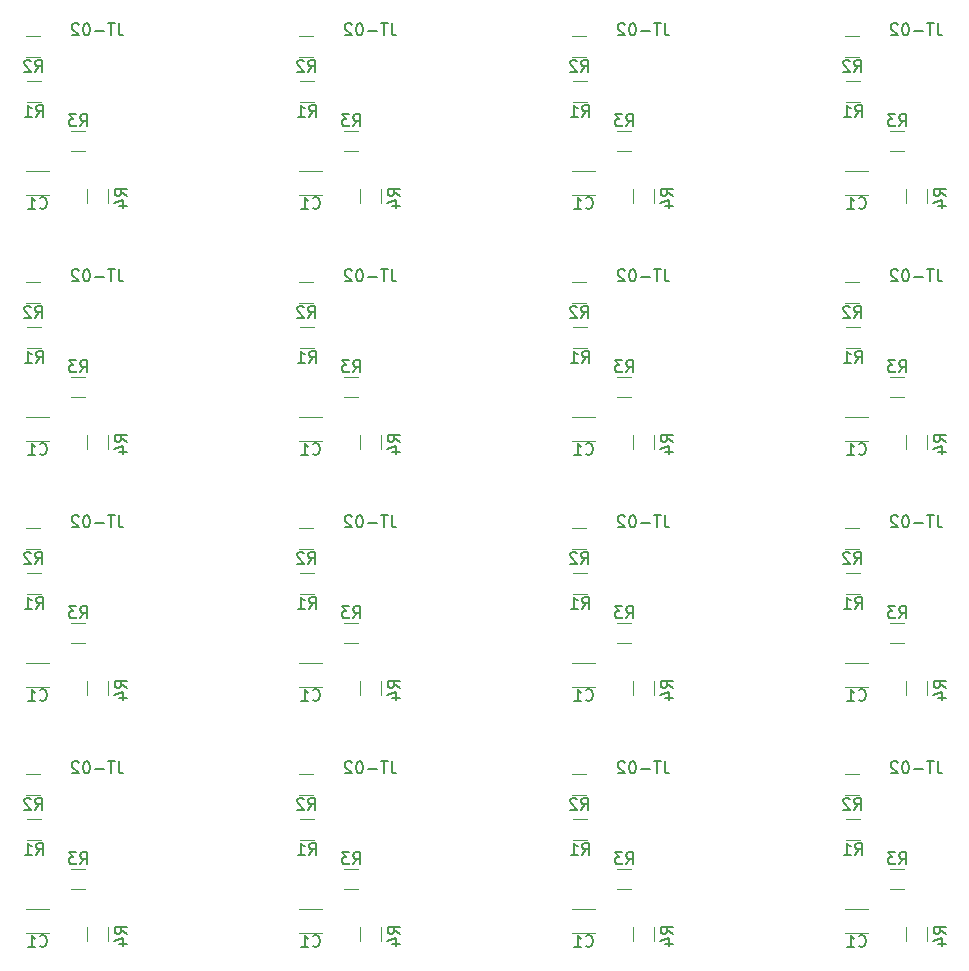
<source format=gbr>
G04 #@! TF.GenerationSoftware,KiCad,Pcbnew,5.1.6-c6e7f7d~86~ubuntu19.10.1*
G04 #@! TF.CreationDate,2021-03-24T16:57:24+01:00*
G04 #@! TF.ProjectId,ESP_12F,4553505f-3132-4462-9e6b-696361645f70,rev?*
G04 #@! TF.SameCoordinates,Original*
G04 #@! TF.FileFunction,Legend,Bot*
G04 #@! TF.FilePolarity,Positive*
%FSLAX46Y46*%
G04 Gerber Fmt 4.6, Leading zero omitted, Abs format (unit mm)*
G04 Created by KiCad (PCBNEW 5.1.6-c6e7f7d~86~ubuntu19.10.1) date 2021-03-24 16:57:24*
%MOMM*%
%LPD*%
G01*
G04 APERTURE LIST*
%ADD10C,0.150000*%
%ADD11C,0.120000*%
G04 APERTURE END LIST*
D10*
X200437523Y-78192380D02*
X200437523Y-78906666D01*
X200485142Y-79049523D01*
X200580380Y-79144761D01*
X200723238Y-79192380D01*
X200818476Y-79192380D01*
X200104190Y-78192380D02*
X199532761Y-78192380D01*
X199818476Y-79192380D02*
X199818476Y-78192380D01*
X199199428Y-78811428D02*
X198437523Y-78811428D01*
X197770857Y-78192380D02*
X197675619Y-78192380D01*
X197580380Y-78240000D01*
X197532761Y-78287619D01*
X197485142Y-78382857D01*
X197437523Y-78573333D01*
X197437523Y-78811428D01*
X197485142Y-79001904D01*
X197532761Y-79097142D01*
X197580380Y-79144761D01*
X197675619Y-79192380D01*
X197770857Y-79192380D01*
X197866095Y-79144761D01*
X197913714Y-79097142D01*
X197961333Y-79001904D01*
X198008952Y-78811428D01*
X198008952Y-78573333D01*
X197961333Y-78382857D01*
X197913714Y-78287619D01*
X197866095Y-78240000D01*
X197770857Y-78192380D01*
X197056571Y-78287619D02*
X197008952Y-78240000D01*
X196913714Y-78192380D01*
X196675619Y-78192380D01*
X196580380Y-78240000D01*
X196532761Y-78287619D01*
X196485142Y-78382857D01*
X196485142Y-78478095D01*
X196532761Y-78620952D01*
X197104190Y-79192380D01*
X196485142Y-79192380D01*
X200437523Y-99020380D02*
X200437523Y-99734666D01*
X200485142Y-99877523D01*
X200580380Y-99972761D01*
X200723238Y-100020380D01*
X200818476Y-100020380D01*
X200104190Y-99020380D02*
X199532761Y-99020380D01*
X199818476Y-100020380D02*
X199818476Y-99020380D01*
X199199428Y-99639428D02*
X198437523Y-99639428D01*
X197770857Y-99020380D02*
X197675619Y-99020380D01*
X197580380Y-99068000D01*
X197532761Y-99115619D01*
X197485142Y-99210857D01*
X197437523Y-99401333D01*
X197437523Y-99639428D01*
X197485142Y-99829904D01*
X197532761Y-99925142D01*
X197580380Y-99972761D01*
X197675619Y-100020380D01*
X197770857Y-100020380D01*
X197866095Y-99972761D01*
X197913714Y-99925142D01*
X197961333Y-99829904D01*
X198008952Y-99639428D01*
X198008952Y-99401333D01*
X197961333Y-99210857D01*
X197913714Y-99115619D01*
X197866095Y-99068000D01*
X197770857Y-99020380D01*
X197056571Y-99115619D02*
X197008952Y-99068000D01*
X196913714Y-99020380D01*
X196675619Y-99020380D01*
X196580380Y-99068000D01*
X196532761Y-99115619D01*
X196485142Y-99210857D01*
X196485142Y-99306095D01*
X196532761Y-99448952D01*
X197104190Y-100020380D01*
X196485142Y-100020380D01*
X177323523Y-99020380D02*
X177323523Y-99734666D01*
X177371142Y-99877523D01*
X177466380Y-99972761D01*
X177609238Y-100020380D01*
X177704476Y-100020380D01*
X176990190Y-99020380D02*
X176418761Y-99020380D01*
X176704476Y-100020380D02*
X176704476Y-99020380D01*
X176085428Y-99639428D02*
X175323523Y-99639428D01*
X174656857Y-99020380D02*
X174561619Y-99020380D01*
X174466380Y-99068000D01*
X174418761Y-99115619D01*
X174371142Y-99210857D01*
X174323523Y-99401333D01*
X174323523Y-99639428D01*
X174371142Y-99829904D01*
X174418761Y-99925142D01*
X174466380Y-99972761D01*
X174561619Y-100020380D01*
X174656857Y-100020380D01*
X174752095Y-99972761D01*
X174799714Y-99925142D01*
X174847333Y-99829904D01*
X174894952Y-99639428D01*
X174894952Y-99401333D01*
X174847333Y-99210857D01*
X174799714Y-99115619D01*
X174752095Y-99068000D01*
X174656857Y-99020380D01*
X173942571Y-99115619D02*
X173894952Y-99068000D01*
X173799714Y-99020380D01*
X173561619Y-99020380D01*
X173466380Y-99068000D01*
X173418761Y-99115619D01*
X173371142Y-99210857D01*
X173371142Y-99306095D01*
X173418761Y-99448952D01*
X173990190Y-100020380D01*
X173371142Y-100020380D01*
X177323523Y-78192380D02*
X177323523Y-78906666D01*
X177371142Y-79049523D01*
X177466380Y-79144761D01*
X177609238Y-79192380D01*
X177704476Y-79192380D01*
X176990190Y-78192380D02*
X176418761Y-78192380D01*
X176704476Y-79192380D02*
X176704476Y-78192380D01*
X176085428Y-78811428D02*
X175323523Y-78811428D01*
X174656857Y-78192380D02*
X174561619Y-78192380D01*
X174466380Y-78240000D01*
X174418761Y-78287619D01*
X174371142Y-78382857D01*
X174323523Y-78573333D01*
X174323523Y-78811428D01*
X174371142Y-79001904D01*
X174418761Y-79097142D01*
X174466380Y-79144761D01*
X174561619Y-79192380D01*
X174656857Y-79192380D01*
X174752095Y-79144761D01*
X174799714Y-79097142D01*
X174847333Y-79001904D01*
X174894952Y-78811428D01*
X174894952Y-78573333D01*
X174847333Y-78382857D01*
X174799714Y-78287619D01*
X174752095Y-78240000D01*
X174656857Y-78192380D01*
X173942571Y-78287619D02*
X173894952Y-78240000D01*
X173799714Y-78192380D01*
X173561619Y-78192380D01*
X173466380Y-78240000D01*
X173418761Y-78287619D01*
X173371142Y-78382857D01*
X173371142Y-78478095D01*
X173418761Y-78620952D01*
X173990190Y-79192380D01*
X173371142Y-79192380D01*
X177323523Y-119848380D02*
X177323523Y-120562666D01*
X177371142Y-120705523D01*
X177466380Y-120800761D01*
X177609238Y-120848380D01*
X177704476Y-120848380D01*
X176990190Y-119848380D02*
X176418761Y-119848380D01*
X176704476Y-120848380D02*
X176704476Y-119848380D01*
X176085428Y-120467428D02*
X175323523Y-120467428D01*
X174656857Y-119848380D02*
X174561619Y-119848380D01*
X174466380Y-119896000D01*
X174418761Y-119943619D01*
X174371142Y-120038857D01*
X174323523Y-120229333D01*
X174323523Y-120467428D01*
X174371142Y-120657904D01*
X174418761Y-120753142D01*
X174466380Y-120800761D01*
X174561619Y-120848380D01*
X174656857Y-120848380D01*
X174752095Y-120800761D01*
X174799714Y-120753142D01*
X174847333Y-120657904D01*
X174894952Y-120467428D01*
X174894952Y-120229333D01*
X174847333Y-120038857D01*
X174799714Y-119943619D01*
X174752095Y-119896000D01*
X174656857Y-119848380D01*
X173942571Y-119943619D02*
X173894952Y-119896000D01*
X173799714Y-119848380D01*
X173561619Y-119848380D01*
X173466380Y-119896000D01*
X173418761Y-119943619D01*
X173371142Y-120038857D01*
X173371142Y-120134095D01*
X173418761Y-120276952D01*
X173990190Y-120848380D01*
X173371142Y-120848380D01*
X200437523Y-119848380D02*
X200437523Y-120562666D01*
X200485142Y-120705523D01*
X200580380Y-120800761D01*
X200723238Y-120848380D01*
X200818476Y-120848380D01*
X200104190Y-119848380D02*
X199532761Y-119848380D01*
X199818476Y-120848380D02*
X199818476Y-119848380D01*
X199199428Y-120467428D02*
X198437523Y-120467428D01*
X197770857Y-119848380D02*
X197675619Y-119848380D01*
X197580380Y-119896000D01*
X197532761Y-119943619D01*
X197485142Y-120038857D01*
X197437523Y-120229333D01*
X197437523Y-120467428D01*
X197485142Y-120657904D01*
X197532761Y-120753142D01*
X197580380Y-120800761D01*
X197675619Y-120848380D01*
X197770857Y-120848380D01*
X197866095Y-120800761D01*
X197913714Y-120753142D01*
X197961333Y-120657904D01*
X198008952Y-120467428D01*
X198008952Y-120229333D01*
X197961333Y-120038857D01*
X197913714Y-119943619D01*
X197866095Y-119896000D01*
X197770857Y-119848380D01*
X197056571Y-119943619D02*
X197008952Y-119896000D01*
X196913714Y-119848380D01*
X196675619Y-119848380D01*
X196580380Y-119896000D01*
X196532761Y-119943619D01*
X196485142Y-120038857D01*
X196485142Y-120134095D01*
X196532761Y-120276952D01*
X197104190Y-120848380D01*
X196485142Y-120848380D01*
X177323523Y-57364380D02*
X177323523Y-58078666D01*
X177371142Y-58221523D01*
X177466380Y-58316761D01*
X177609238Y-58364380D01*
X177704476Y-58364380D01*
X176990190Y-57364380D02*
X176418761Y-57364380D01*
X176704476Y-58364380D02*
X176704476Y-57364380D01*
X176085428Y-57983428D02*
X175323523Y-57983428D01*
X174656857Y-57364380D02*
X174561619Y-57364380D01*
X174466380Y-57412000D01*
X174418761Y-57459619D01*
X174371142Y-57554857D01*
X174323523Y-57745333D01*
X174323523Y-57983428D01*
X174371142Y-58173904D01*
X174418761Y-58269142D01*
X174466380Y-58316761D01*
X174561619Y-58364380D01*
X174656857Y-58364380D01*
X174752095Y-58316761D01*
X174799714Y-58269142D01*
X174847333Y-58173904D01*
X174894952Y-57983428D01*
X174894952Y-57745333D01*
X174847333Y-57554857D01*
X174799714Y-57459619D01*
X174752095Y-57412000D01*
X174656857Y-57364380D01*
X173942571Y-57459619D02*
X173894952Y-57412000D01*
X173799714Y-57364380D01*
X173561619Y-57364380D01*
X173466380Y-57412000D01*
X173418761Y-57459619D01*
X173371142Y-57554857D01*
X173371142Y-57650095D01*
X173418761Y-57792952D01*
X173990190Y-58364380D01*
X173371142Y-58364380D01*
X200437523Y-57364380D02*
X200437523Y-58078666D01*
X200485142Y-58221523D01*
X200580380Y-58316761D01*
X200723238Y-58364380D01*
X200818476Y-58364380D01*
X200104190Y-57364380D02*
X199532761Y-57364380D01*
X199818476Y-58364380D02*
X199818476Y-57364380D01*
X199199428Y-57983428D02*
X198437523Y-57983428D01*
X197770857Y-57364380D02*
X197675619Y-57364380D01*
X197580380Y-57412000D01*
X197532761Y-57459619D01*
X197485142Y-57554857D01*
X197437523Y-57745333D01*
X197437523Y-57983428D01*
X197485142Y-58173904D01*
X197532761Y-58269142D01*
X197580380Y-58316761D01*
X197675619Y-58364380D01*
X197770857Y-58364380D01*
X197866095Y-58316761D01*
X197913714Y-58269142D01*
X197961333Y-58173904D01*
X198008952Y-57983428D01*
X198008952Y-57745333D01*
X197961333Y-57554857D01*
X197913714Y-57459619D01*
X197866095Y-57412000D01*
X197770857Y-57364380D01*
X197056571Y-57459619D02*
X197008952Y-57412000D01*
X196913714Y-57364380D01*
X196675619Y-57364380D01*
X196580380Y-57412000D01*
X196532761Y-57459619D01*
X196485142Y-57554857D01*
X196485142Y-57650095D01*
X196532761Y-57792952D01*
X197104190Y-58364380D01*
X196485142Y-58364380D01*
X246665523Y-119848380D02*
X246665523Y-120562666D01*
X246713142Y-120705523D01*
X246808380Y-120800761D01*
X246951238Y-120848380D01*
X247046476Y-120848380D01*
X246332190Y-119848380D02*
X245760761Y-119848380D01*
X246046476Y-120848380D02*
X246046476Y-119848380D01*
X245427428Y-120467428D02*
X244665523Y-120467428D01*
X243998857Y-119848380D02*
X243903619Y-119848380D01*
X243808380Y-119896000D01*
X243760761Y-119943619D01*
X243713142Y-120038857D01*
X243665523Y-120229333D01*
X243665523Y-120467428D01*
X243713142Y-120657904D01*
X243760761Y-120753142D01*
X243808380Y-120800761D01*
X243903619Y-120848380D01*
X243998857Y-120848380D01*
X244094095Y-120800761D01*
X244141714Y-120753142D01*
X244189333Y-120657904D01*
X244236952Y-120467428D01*
X244236952Y-120229333D01*
X244189333Y-120038857D01*
X244141714Y-119943619D01*
X244094095Y-119896000D01*
X243998857Y-119848380D01*
X243284571Y-119943619D02*
X243236952Y-119896000D01*
X243141714Y-119848380D01*
X242903619Y-119848380D01*
X242808380Y-119896000D01*
X242760761Y-119943619D01*
X242713142Y-120038857D01*
X242713142Y-120134095D01*
X242760761Y-120276952D01*
X243332190Y-120848380D01*
X242713142Y-120848380D01*
X223551523Y-119848380D02*
X223551523Y-120562666D01*
X223599142Y-120705523D01*
X223694380Y-120800761D01*
X223837238Y-120848380D01*
X223932476Y-120848380D01*
X223218190Y-119848380D02*
X222646761Y-119848380D01*
X222932476Y-120848380D02*
X222932476Y-119848380D01*
X222313428Y-120467428D02*
X221551523Y-120467428D01*
X220884857Y-119848380D02*
X220789619Y-119848380D01*
X220694380Y-119896000D01*
X220646761Y-119943619D01*
X220599142Y-120038857D01*
X220551523Y-120229333D01*
X220551523Y-120467428D01*
X220599142Y-120657904D01*
X220646761Y-120753142D01*
X220694380Y-120800761D01*
X220789619Y-120848380D01*
X220884857Y-120848380D01*
X220980095Y-120800761D01*
X221027714Y-120753142D01*
X221075333Y-120657904D01*
X221122952Y-120467428D01*
X221122952Y-120229333D01*
X221075333Y-120038857D01*
X221027714Y-119943619D01*
X220980095Y-119896000D01*
X220884857Y-119848380D01*
X220170571Y-119943619D02*
X220122952Y-119896000D01*
X220027714Y-119848380D01*
X219789619Y-119848380D01*
X219694380Y-119896000D01*
X219646761Y-119943619D01*
X219599142Y-120038857D01*
X219599142Y-120134095D01*
X219646761Y-120276952D01*
X220218190Y-120848380D01*
X219599142Y-120848380D01*
X223551523Y-99020380D02*
X223551523Y-99734666D01*
X223599142Y-99877523D01*
X223694380Y-99972761D01*
X223837238Y-100020380D01*
X223932476Y-100020380D01*
X223218190Y-99020380D02*
X222646761Y-99020380D01*
X222932476Y-100020380D02*
X222932476Y-99020380D01*
X222313428Y-99639428D02*
X221551523Y-99639428D01*
X220884857Y-99020380D02*
X220789619Y-99020380D01*
X220694380Y-99068000D01*
X220646761Y-99115619D01*
X220599142Y-99210857D01*
X220551523Y-99401333D01*
X220551523Y-99639428D01*
X220599142Y-99829904D01*
X220646761Y-99925142D01*
X220694380Y-99972761D01*
X220789619Y-100020380D01*
X220884857Y-100020380D01*
X220980095Y-99972761D01*
X221027714Y-99925142D01*
X221075333Y-99829904D01*
X221122952Y-99639428D01*
X221122952Y-99401333D01*
X221075333Y-99210857D01*
X221027714Y-99115619D01*
X220980095Y-99068000D01*
X220884857Y-99020380D01*
X220170571Y-99115619D02*
X220122952Y-99068000D01*
X220027714Y-99020380D01*
X219789619Y-99020380D01*
X219694380Y-99068000D01*
X219646761Y-99115619D01*
X219599142Y-99210857D01*
X219599142Y-99306095D01*
X219646761Y-99448952D01*
X220218190Y-100020380D01*
X219599142Y-100020380D01*
X246665523Y-99020380D02*
X246665523Y-99734666D01*
X246713142Y-99877523D01*
X246808380Y-99972761D01*
X246951238Y-100020380D01*
X247046476Y-100020380D01*
X246332190Y-99020380D02*
X245760761Y-99020380D01*
X246046476Y-100020380D02*
X246046476Y-99020380D01*
X245427428Y-99639428D02*
X244665523Y-99639428D01*
X243998857Y-99020380D02*
X243903619Y-99020380D01*
X243808380Y-99068000D01*
X243760761Y-99115619D01*
X243713142Y-99210857D01*
X243665523Y-99401333D01*
X243665523Y-99639428D01*
X243713142Y-99829904D01*
X243760761Y-99925142D01*
X243808380Y-99972761D01*
X243903619Y-100020380D01*
X243998857Y-100020380D01*
X244094095Y-99972761D01*
X244141714Y-99925142D01*
X244189333Y-99829904D01*
X244236952Y-99639428D01*
X244236952Y-99401333D01*
X244189333Y-99210857D01*
X244141714Y-99115619D01*
X244094095Y-99068000D01*
X243998857Y-99020380D01*
X243284571Y-99115619D02*
X243236952Y-99068000D01*
X243141714Y-99020380D01*
X242903619Y-99020380D01*
X242808380Y-99068000D01*
X242760761Y-99115619D01*
X242713142Y-99210857D01*
X242713142Y-99306095D01*
X242760761Y-99448952D01*
X243332190Y-100020380D01*
X242713142Y-100020380D01*
X223551523Y-78192380D02*
X223551523Y-78906666D01*
X223599142Y-79049523D01*
X223694380Y-79144761D01*
X223837238Y-79192380D01*
X223932476Y-79192380D01*
X223218190Y-78192380D02*
X222646761Y-78192380D01*
X222932476Y-79192380D02*
X222932476Y-78192380D01*
X222313428Y-78811428D02*
X221551523Y-78811428D01*
X220884857Y-78192380D02*
X220789619Y-78192380D01*
X220694380Y-78240000D01*
X220646761Y-78287619D01*
X220599142Y-78382857D01*
X220551523Y-78573333D01*
X220551523Y-78811428D01*
X220599142Y-79001904D01*
X220646761Y-79097142D01*
X220694380Y-79144761D01*
X220789619Y-79192380D01*
X220884857Y-79192380D01*
X220980095Y-79144761D01*
X221027714Y-79097142D01*
X221075333Y-79001904D01*
X221122952Y-78811428D01*
X221122952Y-78573333D01*
X221075333Y-78382857D01*
X221027714Y-78287619D01*
X220980095Y-78240000D01*
X220884857Y-78192380D01*
X220170571Y-78287619D02*
X220122952Y-78240000D01*
X220027714Y-78192380D01*
X219789619Y-78192380D01*
X219694380Y-78240000D01*
X219646761Y-78287619D01*
X219599142Y-78382857D01*
X219599142Y-78478095D01*
X219646761Y-78620952D01*
X220218190Y-79192380D01*
X219599142Y-79192380D01*
X246665523Y-78192380D02*
X246665523Y-78906666D01*
X246713142Y-79049523D01*
X246808380Y-79144761D01*
X246951238Y-79192380D01*
X247046476Y-79192380D01*
X246332190Y-78192380D02*
X245760761Y-78192380D01*
X246046476Y-79192380D02*
X246046476Y-78192380D01*
X245427428Y-78811428D02*
X244665523Y-78811428D01*
X243998857Y-78192380D02*
X243903619Y-78192380D01*
X243808380Y-78240000D01*
X243760761Y-78287619D01*
X243713142Y-78382857D01*
X243665523Y-78573333D01*
X243665523Y-78811428D01*
X243713142Y-79001904D01*
X243760761Y-79097142D01*
X243808380Y-79144761D01*
X243903619Y-79192380D01*
X243998857Y-79192380D01*
X244094095Y-79144761D01*
X244141714Y-79097142D01*
X244189333Y-79001904D01*
X244236952Y-78811428D01*
X244236952Y-78573333D01*
X244189333Y-78382857D01*
X244141714Y-78287619D01*
X244094095Y-78240000D01*
X243998857Y-78192380D01*
X243284571Y-78287619D02*
X243236952Y-78240000D01*
X243141714Y-78192380D01*
X242903619Y-78192380D01*
X242808380Y-78240000D01*
X242760761Y-78287619D01*
X242713142Y-78382857D01*
X242713142Y-78478095D01*
X242760761Y-78620952D01*
X243332190Y-79192380D01*
X242713142Y-79192380D01*
X223551523Y-57364380D02*
X223551523Y-58078666D01*
X223599142Y-58221523D01*
X223694380Y-58316761D01*
X223837238Y-58364380D01*
X223932476Y-58364380D01*
X223218190Y-57364380D02*
X222646761Y-57364380D01*
X222932476Y-58364380D02*
X222932476Y-57364380D01*
X222313428Y-57983428D02*
X221551523Y-57983428D01*
X220884857Y-57364380D02*
X220789619Y-57364380D01*
X220694380Y-57412000D01*
X220646761Y-57459619D01*
X220599142Y-57554857D01*
X220551523Y-57745333D01*
X220551523Y-57983428D01*
X220599142Y-58173904D01*
X220646761Y-58269142D01*
X220694380Y-58316761D01*
X220789619Y-58364380D01*
X220884857Y-58364380D01*
X220980095Y-58316761D01*
X221027714Y-58269142D01*
X221075333Y-58173904D01*
X221122952Y-57983428D01*
X221122952Y-57745333D01*
X221075333Y-57554857D01*
X221027714Y-57459619D01*
X220980095Y-57412000D01*
X220884857Y-57364380D01*
X220170571Y-57459619D02*
X220122952Y-57412000D01*
X220027714Y-57364380D01*
X219789619Y-57364380D01*
X219694380Y-57412000D01*
X219646761Y-57459619D01*
X219599142Y-57554857D01*
X219599142Y-57650095D01*
X219646761Y-57792952D01*
X220218190Y-58364380D01*
X219599142Y-58364380D01*
X246665523Y-57364380D02*
X246665523Y-58078666D01*
X246713142Y-58221523D01*
X246808380Y-58316761D01*
X246951238Y-58364380D01*
X247046476Y-58364380D01*
X246332190Y-57364380D02*
X245760761Y-57364380D01*
X246046476Y-58364380D02*
X246046476Y-57364380D01*
X245427428Y-57983428D02*
X244665523Y-57983428D01*
X243998857Y-57364380D02*
X243903619Y-57364380D01*
X243808380Y-57412000D01*
X243760761Y-57459619D01*
X243713142Y-57554857D01*
X243665523Y-57745333D01*
X243665523Y-57983428D01*
X243713142Y-58173904D01*
X243760761Y-58269142D01*
X243808380Y-58316761D01*
X243903619Y-58364380D01*
X243998857Y-58364380D01*
X244094095Y-58316761D01*
X244141714Y-58269142D01*
X244189333Y-58173904D01*
X244236952Y-57983428D01*
X244236952Y-57745333D01*
X244189333Y-57554857D01*
X244141714Y-57459619D01*
X244094095Y-57412000D01*
X243998857Y-57364380D01*
X243284571Y-57459619D02*
X243236952Y-57412000D01*
X243141714Y-57364380D01*
X242903619Y-57364380D01*
X242808380Y-57412000D01*
X242760761Y-57459619D01*
X242713142Y-57554857D01*
X242713142Y-57650095D01*
X242760761Y-57792952D01*
X243332190Y-58364380D01*
X242713142Y-58364380D01*
D11*
X193814000Y-79257000D02*
X192614000Y-79257000D01*
X192614000Y-81017000D02*
X193814000Y-81017000D01*
X169466000Y-90674000D02*
X171466000Y-90674000D01*
X171466000Y-92714000D02*
X169466000Y-92714000D01*
X192580000Y-132330000D02*
X194580000Y-132330000D01*
X194580000Y-134370000D02*
X192580000Y-134370000D01*
X192694000Y-84827000D02*
X193894000Y-84827000D01*
X193894000Y-83067000D02*
X192694000Y-83067000D01*
X170780000Y-103895000D02*
X169580000Y-103895000D01*
X169580000Y-105655000D02*
X170780000Y-105655000D01*
X196424000Y-130674000D02*
X197624000Y-130674000D01*
X197624000Y-128914000D02*
X196424000Y-128914000D01*
X193894000Y-124723000D02*
X192694000Y-124723000D01*
X192694000Y-126483000D02*
X193894000Y-126483000D01*
X192694000Y-105655000D02*
X193894000Y-105655000D01*
X193894000Y-103895000D02*
X192694000Y-103895000D01*
X169580000Y-63999000D02*
X170780000Y-63999000D01*
X170780000Y-62239000D02*
X169580000Y-62239000D01*
X169580000Y-126483000D02*
X170780000Y-126483000D01*
X170780000Y-124723000D02*
X169580000Y-124723000D01*
X197624000Y-87258000D02*
X196424000Y-87258000D01*
X196424000Y-89018000D02*
X197624000Y-89018000D01*
X174634000Y-71362000D02*
X174634000Y-72562000D01*
X176394000Y-72562000D02*
X176394000Y-71362000D01*
X199508000Y-72562000D02*
X199508000Y-71362000D01*
X197748000Y-71362000D02*
X197748000Y-72562000D01*
X171466000Y-134370000D02*
X169466000Y-134370000D01*
X169466000Y-132330000D02*
X171466000Y-132330000D01*
X193814000Y-100085000D02*
X192614000Y-100085000D01*
X192614000Y-101845000D02*
X193814000Y-101845000D01*
X194580000Y-92714000D02*
X192580000Y-92714000D01*
X192580000Y-90674000D02*
X194580000Y-90674000D01*
X169500000Y-81017000D02*
X170700000Y-81017000D01*
X170700000Y-79257000D02*
X169500000Y-79257000D01*
X193894000Y-62239000D02*
X192694000Y-62239000D01*
X192694000Y-63999000D02*
X193894000Y-63999000D01*
X197624000Y-108086000D02*
X196424000Y-108086000D01*
X196424000Y-109846000D02*
X197624000Y-109846000D01*
X174510000Y-66430000D02*
X173310000Y-66430000D01*
X173310000Y-68190000D02*
X174510000Y-68190000D01*
X169466000Y-111502000D02*
X171466000Y-111502000D01*
X171466000Y-113542000D02*
X169466000Y-113542000D01*
X169500000Y-101845000D02*
X170700000Y-101845000D01*
X170700000Y-100085000D02*
X169500000Y-100085000D01*
X176394000Y-93390000D02*
X176394000Y-92190000D01*
X174634000Y-92190000D02*
X174634000Y-93390000D01*
X192580000Y-69846000D02*
X194580000Y-69846000D01*
X194580000Y-71886000D02*
X192580000Y-71886000D01*
X197748000Y-92190000D02*
X197748000Y-93390000D01*
X199508000Y-93390000D02*
X199508000Y-92190000D01*
X192614000Y-122673000D02*
X193814000Y-122673000D01*
X193814000Y-120913000D02*
X192614000Y-120913000D01*
X170700000Y-120913000D02*
X169500000Y-120913000D01*
X169500000Y-122673000D02*
X170700000Y-122673000D01*
X174510000Y-128914000D02*
X173310000Y-128914000D01*
X173310000Y-130674000D02*
X174510000Y-130674000D01*
X170780000Y-83067000D02*
X169580000Y-83067000D01*
X169580000Y-84827000D02*
X170780000Y-84827000D01*
X173310000Y-89018000D02*
X174510000Y-89018000D01*
X174510000Y-87258000D02*
X173310000Y-87258000D01*
X173310000Y-109846000D02*
X174510000Y-109846000D01*
X174510000Y-108086000D02*
X173310000Y-108086000D01*
X197748000Y-113018000D02*
X197748000Y-114218000D01*
X199508000Y-114218000D02*
X199508000Y-113018000D01*
X199508000Y-135046000D02*
X199508000Y-133846000D01*
X197748000Y-133846000D02*
X197748000Y-135046000D01*
X194580000Y-113542000D02*
X192580000Y-113542000D01*
X192580000Y-111502000D02*
X194580000Y-111502000D01*
X196424000Y-68190000D02*
X197624000Y-68190000D01*
X197624000Y-66430000D02*
X196424000Y-66430000D01*
X192614000Y-60189000D02*
X193814000Y-60189000D01*
X193814000Y-58429000D02*
X192614000Y-58429000D01*
X170700000Y-58429000D02*
X169500000Y-58429000D01*
X169500000Y-60189000D02*
X170700000Y-60189000D01*
X171466000Y-71886000D02*
X169466000Y-71886000D01*
X169466000Y-69846000D02*
X171466000Y-69846000D01*
X174634000Y-133846000D02*
X174634000Y-135046000D01*
X176394000Y-135046000D02*
X176394000Y-133846000D01*
X176394000Y-114218000D02*
X176394000Y-113018000D01*
X174634000Y-113018000D02*
X174634000Y-114218000D01*
X240042000Y-120913000D02*
X238842000Y-120913000D01*
X238842000Y-122673000D02*
X240042000Y-122673000D01*
X215694000Y-132330000D02*
X217694000Y-132330000D01*
X217694000Y-134370000D02*
X215694000Y-134370000D01*
X238922000Y-126483000D02*
X240122000Y-126483000D01*
X240122000Y-124723000D02*
X238922000Y-124723000D01*
X215808000Y-105655000D02*
X217008000Y-105655000D01*
X217008000Y-103895000D02*
X215808000Y-103895000D01*
X243852000Y-128914000D02*
X242652000Y-128914000D01*
X242652000Y-130674000D02*
X243852000Y-130674000D01*
X220862000Y-113018000D02*
X220862000Y-114218000D01*
X222622000Y-114218000D02*
X222622000Y-113018000D01*
X245736000Y-114218000D02*
X245736000Y-113018000D01*
X243976000Y-113018000D02*
X243976000Y-114218000D01*
X240808000Y-134370000D02*
X238808000Y-134370000D01*
X238808000Y-132330000D02*
X240808000Y-132330000D01*
X215728000Y-122673000D02*
X216928000Y-122673000D01*
X216928000Y-120913000D02*
X215728000Y-120913000D01*
X240122000Y-103895000D02*
X238922000Y-103895000D01*
X238922000Y-105655000D02*
X240122000Y-105655000D01*
X220738000Y-108086000D02*
X219538000Y-108086000D01*
X219538000Y-109846000D02*
X220738000Y-109846000D01*
X222622000Y-135046000D02*
X222622000Y-133846000D01*
X220862000Y-133846000D02*
X220862000Y-135046000D01*
X238808000Y-111502000D02*
X240808000Y-111502000D01*
X240808000Y-113542000D02*
X238808000Y-113542000D01*
X243976000Y-133846000D02*
X243976000Y-135046000D01*
X245736000Y-135046000D02*
X245736000Y-133846000D01*
X217008000Y-124723000D02*
X215808000Y-124723000D01*
X215808000Y-126483000D02*
X217008000Y-126483000D01*
X219538000Y-130674000D02*
X220738000Y-130674000D01*
X220738000Y-128914000D02*
X219538000Y-128914000D01*
X242652000Y-109846000D02*
X243852000Y-109846000D01*
X243852000Y-108086000D02*
X242652000Y-108086000D01*
X238842000Y-101845000D02*
X240042000Y-101845000D01*
X240042000Y-100085000D02*
X238842000Y-100085000D01*
X216928000Y-100085000D02*
X215728000Y-100085000D01*
X215728000Y-101845000D02*
X216928000Y-101845000D01*
X217694000Y-113542000D02*
X215694000Y-113542000D01*
X215694000Y-111502000D02*
X217694000Y-111502000D01*
X215808000Y-84827000D02*
X217008000Y-84827000D01*
X217008000Y-83067000D02*
X215808000Y-83067000D01*
X220862000Y-92190000D02*
X220862000Y-93390000D01*
X222622000Y-93390000D02*
X222622000Y-92190000D01*
X245736000Y-93390000D02*
X245736000Y-92190000D01*
X243976000Y-92190000D02*
X243976000Y-93390000D01*
X240122000Y-83067000D02*
X238922000Y-83067000D01*
X238922000Y-84827000D02*
X240122000Y-84827000D01*
X220738000Y-87258000D02*
X219538000Y-87258000D01*
X219538000Y-89018000D02*
X220738000Y-89018000D01*
X238808000Y-90674000D02*
X240808000Y-90674000D01*
X240808000Y-92714000D02*
X238808000Y-92714000D01*
X242652000Y-89018000D02*
X243852000Y-89018000D01*
X243852000Y-87258000D02*
X242652000Y-87258000D01*
X238842000Y-81017000D02*
X240042000Y-81017000D01*
X240042000Y-79257000D02*
X238842000Y-79257000D01*
X216928000Y-79257000D02*
X215728000Y-79257000D01*
X215728000Y-81017000D02*
X216928000Y-81017000D01*
X217694000Y-92714000D02*
X215694000Y-92714000D01*
X215694000Y-90674000D02*
X217694000Y-90674000D01*
X222622000Y-72562000D02*
X222622000Y-71362000D01*
X220862000Y-71362000D02*
X220862000Y-72562000D01*
X217008000Y-62239000D02*
X215808000Y-62239000D01*
X215808000Y-63999000D02*
X217008000Y-63999000D01*
X215694000Y-69846000D02*
X217694000Y-69846000D01*
X217694000Y-71886000D02*
X215694000Y-71886000D01*
X219538000Y-68190000D02*
X220738000Y-68190000D01*
X220738000Y-66430000D02*
X219538000Y-66430000D01*
X215728000Y-60189000D02*
X216928000Y-60189000D01*
X216928000Y-58429000D02*
X215728000Y-58429000D01*
X240808000Y-71886000D02*
X238808000Y-71886000D01*
X238808000Y-69846000D02*
X240808000Y-69846000D01*
X238922000Y-63999000D02*
X240122000Y-63999000D01*
X240122000Y-62239000D02*
X238922000Y-62239000D01*
X240042000Y-58429000D02*
X238842000Y-58429000D01*
X238842000Y-60189000D02*
X240042000Y-60189000D01*
X243852000Y-66430000D02*
X242652000Y-66430000D01*
X242652000Y-68190000D02*
X243852000Y-68190000D01*
X243976000Y-71362000D02*
X243976000Y-72562000D01*
X245736000Y-72562000D02*
X245736000Y-71362000D01*
D10*
X193380666Y-82289380D02*
X193714000Y-81813190D01*
X193952095Y-82289380D02*
X193952095Y-81289380D01*
X193571142Y-81289380D01*
X193475904Y-81337000D01*
X193428285Y-81384619D01*
X193380666Y-81479857D01*
X193380666Y-81622714D01*
X193428285Y-81717952D01*
X193475904Y-81765571D01*
X193571142Y-81813190D01*
X193952095Y-81813190D01*
X192999714Y-81384619D02*
X192952095Y-81337000D01*
X192856857Y-81289380D01*
X192618761Y-81289380D01*
X192523523Y-81337000D01*
X192475904Y-81384619D01*
X192428285Y-81479857D01*
X192428285Y-81575095D01*
X192475904Y-81717952D01*
X193047333Y-82289380D01*
X192428285Y-82289380D01*
X170632666Y-93801142D02*
X170680285Y-93848761D01*
X170823142Y-93896380D01*
X170918380Y-93896380D01*
X171061238Y-93848761D01*
X171156476Y-93753523D01*
X171204095Y-93658285D01*
X171251714Y-93467809D01*
X171251714Y-93324952D01*
X171204095Y-93134476D01*
X171156476Y-93039238D01*
X171061238Y-92944000D01*
X170918380Y-92896380D01*
X170823142Y-92896380D01*
X170680285Y-92944000D01*
X170632666Y-92991619D01*
X169680285Y-93896380D02*
X170251714Y-93896380D01*
X169966000Y-93896380D02*
X169966000Y-92896380D01*
X170061238Y-93039238D01*
X170156476Y-93134476D01*
X170251714Y-93182095D01*
X193746666Y-135457142D02*
X193794285Y-135504761D01*
X193937142Y-135552380D01*
X194032380Y-135552380D01*
X194175238Y-135504761D01*
X194270476Y-135409523D01*
X194318095Y-135314285D01*
X194365714Y-135123809D01*
X194365714Y-134980952D01*
X194318095Y-134790476D01*
X194270476Y-134695238D01*
X194175238Y-134600000D01*
X194032380Y-134552380D01*
X193937142Y-134552380D01*
X193794285Y-134600000D01*
X193746666Y-134647619D01*
X192794285Y-135552380D02*
X193365714Y-135552380D01*
X193080000Y-135552380D02*
X193080000Y-134552380D01*
X193175238Y-134695238D01*
X193270476Y-134790476D01*
X193365714Y-134838095D01*
X193460666Y-86099380D02*
X193794000Y-85623190D01*
X194032095Y-86099380D02*
X194032095Y-85099380D01*
X193651142Y-85099380D01*
X193555904Y-85147000D01*
X193508285Y-85194619D01*
X193460666Y-85289857D01*
X193460666Y-85432714D01*
X193508285Y-85527952D01*
X193555904Y-85575571D01*
X193651142Y-85623190D01*
X194032095Y-85623190D01*
X192508285Y-86099380D02*
X193079714Y-86099380D01*
X192794000Y-86099380D02*
X192794000Y-85099380D01*
X192889238Y-85242238D01*
X192984476Y-85337476D01*
X193079714Y-85385095D01*
X170346666Y-106927380D02*
X170680000Y-106451190D01*
X170918095Y-106927380D02*
X170918095Y-105927380D01*
X170537142Y-105927380D01*
X170441904Y-105975000D01*
X170394285Y-106022619D01*
X170346666Y-106117857D01*
X170346666Y-106260714D01*
X170394285Y-106355952D01*
X170441904Y-106403571D01*
X170537142Y-106451190D01*
X170918095Y-106451190D01*
X169394285Y-106927380D02*
X169965714Y-106927380D01*
X169680000Y-106927380D02*
X169680000Y-105927380D01*
X169775238Y-106070238D01*
X169870476Y-106165476D01*
X169965714Y-106213095D01*
X197190666Y-128546380D02*
X197524000Y-128070190D01*
X197762095Y-128546380D02*
X197762095Y-127546380D01*
X197381142Y-127546380D01*
X197285904Y-127594000D01*
X197238285Y-127641619D01*
X197190666Y-127736857D01*
X197190666Y-127879714D01*
X197238285Y-127974952D01*
X197285904Y-128022571D01*
X197381142Y-128070190D01*
X197762095Y-128070190D01*
X196857333Y-127546380D02*
X196238285Y-127546380D01*
X196571619Y-127927333D01*
X196428761Y-127927333D01*
X196333523Y-127974952D01*
X196285904Y-128022571D01*
X196238285Y-128117809D01*
X196238285Y-128355904D01*
X196285904Y-128451142D01*
X196333523Y-128498761D01*
X196428761Y-128546380D01*
X196714476Y-128546380D01*
X196809714Y-128498761D01*
X196857333Y-128451142D01*
X193460666Y-127755380D02*
X193794000Y-127279190D01*
X194032095Y-127755380D02*
X194032095Y-126755380D01*
X193651142Y-126755380D01*
X193555904Y-126803000D01*
X193508285Y-126850619D01*
X193460666Y-126945857D01*
X193460666Y-127088714D01*
X193508285Y-127183952D01*
X193555904Y-127231571D01*
X193651142Y-127279190D01*
X194032095Y-127279190D01*
X192508285Y-127755380D02*
X193079714Y-127755380D01*
X192794000Y-127755380D02*
X192794000Y-126755380D01*
X192889238Y-126898238D01*
X192984476Y-126993476D01*
X193079714Y-127041095D01*
X193460666Y-106927380D02*
X193794000Y-106451190D01*
X194032095Y-106927380D02*
X194032095Y-105927380D01*
X193651142Y-105927380D01*
X193555904Y-105975000D01*
X193508285Y-106022619D01*
X193460666Y-106117857D01*
X193460666Y-106260714D01*
X193508285Y-106355952D01*
X193555904Y-106403571D01*
X193651142Y-106451190D01*
X194032095Y-106451190D01*
X192508285Y-106927380D02*
X193079714Y-106927380D01*
X192794000Y-106927380D02*
X192794000Y-105927380D01*
X192889238Y-106070238D01*
X192984476Y-106165476D01*
X193079714Y-106213095D01*
X170346666Y-65271380D02*
X170680000Y-64795190D01*
X170918095Y-65271380D02*
X170918095Y-64271380D01*
X170537142Y-64271380D01*
X170441904Y-64319000D01*
X170394285Y-64366619D01*
X170346666Y-64461857D01*
X170346666Y-64604714D01*
X170394285Y-64699952D01*
X170441904Y-64747571D01*
X170537142Y-64795190D01*
X170918095Y-64795190D01*
X169394285Y-65271380D02*
X169965714Y-65271380D01*
X169680000Y-65271380D02*
X169680000Y-64271380D01*
X169775238Y-64414238D01*
X169870476Y-64509476D01*
X169965714Y-64557095D01*
X170346666Y-127755380D02*
X170680000Y-127279190D01*
X170918095Y-127755380D02*
X170918095Y-126755380D01*
X170537142Y-126755380D01*
X170441904Y-126803000D01*
X170394285Y-126850619D01*
X170346666Y-126945857D01*
X170346666Y-127088714D01*
X170394285Y-127183952D01*
X170441904Y-127231571D01*
X170537142Y-127279190D01*
X170918095Y-127279190D01*
X169394285Y-127755380D02*
X169965714Y-127755380D01*
X169680000Y-127755380D02*
X169680000Y-126755380D01*
X169775238Y-126898238D01*
X169870476Y-126993476D01*
X169965714Y-127041095D01*
X197190666Y-86890380D02*
X197524000Y-86414190D01*
X197762095Y-86890380D02*
X197762095Y-85890380D01*
X197381142Y-85890380D01*
X197285904Y-85938000D01*
X197238285Y-85985619D01*
X197190666Y-86080857D01*
X197190666Y-86223714D01*
X197238285Y-86318952D01*
X197285904Y-86366571D01*
X197381142Y-86414190D01*
X197762095Y-86414190D01*
X196857333Y-85890380D02*
X196238285Y-85890380D01*
X196571619Y-86271333D01*
X196428761Y-86271333D01*
X196333523Y-86318952D01*
X196285904Y-86366571D01*
X196238285Y-86461809D01*
X196238285Y-86699904D01*
X196285904Y-86795142D01*
X196333523Y-86842761D01*
X196428761Y-86890380D01*
X196714476Y-86890380D01*
X196809714Y-86842761D01*
X196857333Y-86795142D01*
X177998380Y-71969333D02*
X177522190Y-71636000D01*
X177998380Y-71397904D02*
X176998380Y-71397904D01*
X176998380Y-71778857D01*
X177046000Y-71874095D01*
X177093619Y-71921714D01*
X177188857Y-71969333D01*
X177331714Y-71969333D01*
X177426952Y-71921714D01*
X177474571Y-71874095D01*
X177522190Y-71778857D01*
X177522190Y-71397904D01*
X177331714Y-72826476D02*
X177998380Y-72826476D01*
X176950761Y-72588380D02*
X177665047Y-72350285D01*
X177665047Y-72969333D01*
X201112380Y-71969333D02*
X200636190Y-71636000D01*
X201112380Y-71397904D02*
X200112380Y-71397904D01*
X200112380Y-71778857D01*
X200160000Y-71874095D01*
X200207619Y-71921714D01*
X200302857Y-71969333D01*
X200445714Y-71969333D01*
X200540952Y-71921714D01*
X200588571Y-71874095D01*
X200636190Y-71778857D01*
X200636190Y-71397904D01*
X200445714Y-72826476D02*
X201112380Y-72826476D01*
X200064761Y-72588380D02*
X200779047Y-72350285D01*
X200779047Y-72969333D01*
X170632666Y-135457142D02*
X170680285Y-135504761D01*
X170823142Y-135552380D01*
X170918380Y-135552380D01*
X171061238Y-135504761D01*
X171156476Y-135409523D01*
X171204095Y-135314285D01*
X171251714Y-135123809D01*
X171251714Y-134980952D01*
X171204095Y-134790476D01*
X171156476Y-134695238D01*
X171061238Y-134600000D01*
X170918380Y-134552380D01*
X170823142Y-134552380D01*
X170680285Y-134600000D01*
X170632666Y-134647619D01*
X169680285Y-135552380D02*
X170251714Y-135552380D01*
X169966000Y-135552380D02*
X169966000Y-134552380D01*
X170061238Y-134695238D01*
X170156476Y-134790476D01*
X170251714Y-134838095D01*
X193380666Y-103117380D02*
X193714000Y-102641190D01*
X193952095Y-103117380D02*
X193952095Y-102117380D01*
X193571142Y-102117380D01*
X193475904Y-102165000D01*
X193428285Y-102212619D01*
X193380666Y-102307857D01*
X193380666Y-102450714D01*
X193428285Y-102545952D01*
X193475904Y-102593571D01*
X193571142Y-102641190D01*
X193952095Y-102641190D01*
X192999714Y-102212619D02*
X192952095Y-102165000D01*
X192856857Y-102117380D01*
X192618761Y-102117380D01*
X192523523Y-102165000D01*
X192475904Y-102212619D01*
X192428285Y-102307857D01*
X192428285Y-102403095D01*
X192475904Y-102545952D01*
X193047333Y-103117380D01*
X192428285Y-103117380D01*
X193746666Y-93801142D02*
X193794285Y-93848761D01*
X193937142Y-93896380D01*
X194032380Y-93896380D01*
X194175238Y-93848761D01*
X194270476Y-93753523D01*
X194318095Y-93658285D01*
X194365714Y-93467809D01*
X194365714Y-93324952D01*
X194318095Y-93134476D01*
X194270476Y-93039238D01*
X194175238Y-92944000D01*
X194032380Y-92896380D01*
X193937142Y-92896380D01*
X193794285Y-92944000D01*
X193746666Y-92991619D01*
X192794285Y-93896380D02*
X193365714Y-93896380D01*
X193080000Y-93896380D02*
X193080000Y-92896380D01*
X193175238Y-93039238D01*
X193270476Y-93134476D01*
X193365714Y-93182095D01*
X170266666Y-82289380D02*
X170600000Y-81813190D01*
X170838095Y-82289380D02*
X170838095Y-81289380D01*
X170457142Y-81289380D01*
X170361904Y-81337000D01*
X170314285Y-81384619D01*
X170266666Y-81479857D01*
X170266666Y-81622714D01*
X170314285Y-81717952D01*
X170361904Y-81765571D01*
X170457142Y-81813190D01*
X170838095Y-81813190D01*
X169885714Y-81384619D02*
X169838095Y-81337000D01*
X169742857Y-81289380D01*
X169504761Y-81289380D01*
X169409523Y-81337000D01*
X169361904Y-81384619D01*
X169314285Y-81479857D01*
X169314285Y-81575095D01*
X169361904Y-81717952D01*
X169933333Y-82289380D01*
X169314285Y-82289380D01*
X193460666Y-65271380D02*
X193794000Y-64795190D01*
X194032095Y-65271380D02*
X194032095Y-64271380D01*
X193651142Y-64271380D01*
X193555904Y-64319000D01*
X193508285Y-64366619D01*
X193460666Y-64461857D01*
X193460666Y-64604714D01*
X193508285Y-64699952D01*
X193555904Y-64747571D01*
X193651142Y-64795190D01*
X194032095Y-64795190D01*
X192508285Y-65271380D02*
X193079714Y-65271380D01*
X192794000Y-65271380D02*
X192794000Y-64271380D01*
X192889238Y-64414238D01*
X192984476Y-64509476D01*
X193079714Y-64557095D01*
X197190666Y-107718380D02*
X197524000Y-107242190D01*
X197762095Y-107718380D02*
X197762095Y-106718380D01*
X197381142Y-106718380D01*
X197285904Y-106766000D01*
X197238285Y-106813619D01*
X197190666Y-106908857D01*
X197190666Y-107051714D01*
X197238285Y-107146952D01*
X197285904Y-107194571D01*
X197381142Y-107242190D01*
X197762095Y-107242190D01*
X196857333Y-106718380D02*
X196238285Y-106718380D01*
X196571619Y-107099333D01*
X196428761Y-107099333D01*
X196333523Y-107146952D01*
X196285904Y-107194571D01*
X196238285Y-107289809D01*
X196238285Y-107527904D01*
X196285904Y-107623142D01*
X196333523Y-107670761D01*
X196428761Y-107718380D01*
X196714476Y-107718380D01*
X196809714Y-107670761D01*
X196857333Y-107623142D01*
X174076666Y-66062380D02*
X174410000Y-65586190D01*
X174648095Y-66062380D02*
X174648095Y-65062380D01*
X174267142Y-65062380D01*
X174171904Y-65110000D01*
X174124285Y-65157619D01*
X174076666Y-65252857D01*
X174076666Y-65395714D01*
X174124285Y-65490952D01*
X174171904Y-65538571D01*
X174267142Y-65586190D01*
X174648095Y-65586190D01*
X173743333Y-65062380D02*
X173124285Y-65062380D01*
X173457619Y-65443333D01*
X173314761Y-65443333D01*
X173219523Y-65490952D01*
X173171904Y-65538571D01*
X173124285Y-65633809D01*
X173124285Y-65871904D01*
X173171904Y-65967142D01*
X173219523Y-66014761D01*
X173314761Y-66062380D01*
X173600476Y-66062380D01*
X173695714Y-66014761D01*
X173743333Y-65967142D01*
X170632666Y-114629142D02*
X170680285Y-114676761D01*
X170823142Y-114724380D01*
X170918380Y-114724380D01*
X171061238Y-114676761D01*
X171156476Y-114581523D01*
X171204095Y-114486285D01*
X171251714Y-114295809D01*
X171251714Y-114152952D01*
X171204095Y-113962476D01*
X171156476Y-113867238D01*
X171061238Y-113772000D01*
X170918380Y-113724380D01*
X170823142Y-113724380D01*
X170680285Y-113772000D01*
X170632666Y-113819619D01*
X169680285Y-114724380D02*
X170251714Y-114724380D01*
X169966000Y-114724380D02*
X169966000Y-113724380D01*
X170061238Y-113867238D01*
X170156476Y-113962476D01*
X170251714Y-114010095D01*
X170266666Y-103117380D02*
X170600000Y-102641190D01*
X170838095Y-103117380D02*
X170838095Y-102117380D01*
X170457142Y-102117380D01*
X170361904Y-102165000D01*
X170314285Y-102212619D01*
X170266666Y-102307857D01*
X170266666Y-102450714D01*
X170314285Y-102545952D01*
X170361904Y-102593571D01*
X170457142Y-102641190D01*
X170838095Y-102641190D01*
X169885714Y-102212619D02*
X169838095Y-102165000D01*
X169742857Y-102117380D01*
X169504761Y-102117380D01*
X169409523Y-102165000D01*
X169361904Y-102212619D01*
X169314285Y-102307857D01*
X169314285Y-102403095D01*
X169361904Y-102545952D01*
X169933333Y-103117380D01*
X169314285Y-103117380D01*
X177998380Y-92797333D02*
X177522190Y-92464000D01*
X177998380Y-92225904D02*
X176998380Y-92225904D01*
X176998380Y-92606857D01*
X177046000Y-92702095D01*
X177093619Y-92749714D01*
X177188857Y-92797333D01*
X177331714Y-92797333D01*
X177426952Y-92749714D01*
X177474571Y-92702095D01*
X177522190Y-92606857D01*
X177522190Y-92225904D01*
X177331714Y-93654476D02*
X177998380Y-93654476D01*
X176950761Y-93416380D02*
X177665047Y-93178285D01*
X177665047Y-93797333D01*
X193746666Y-72973142D02*
X193794285Y-73020761D01*
X193937142Y-73068380D01*
X194032380Y-73068380D01*
X194175238Y-73020761D01*
X194270476Y-72925523D01*
X194318095Y-72830285D01*
X194365714Y-72639809D01*
X194365714Y-72496952D01*
X194318095Y-72306476D01*
X194270476Y-72211238D01*
X194175238Y-72116000D01*
X194032380Y-72068380D01*
X193937142Y-72068380D01*
X193794285Y-72116000D01*
X193746666Y-72163619D01*
X192794285Y-73068380D02*
X193365714Y-73068380D01*
X193080000Y-73068380D02*
X193080000Y-72068380D01*
X193175238Y-72211238D01*
X193270476Y-72306476D01*
X193365714Y-72354095D01*
X201112380Y-92797333D02*
X200636190Y-92464000D01*
X201112380Y-92225904D02*
X200112380Y-92225904D01*
X200112380Y-92606857D01*
X200160000Y-92702095D01*
X200207619Y-92749714D01*
X200302857Y-92797333D01*
X200445714Y-92797333D01*
X200540952Y-92749714D01*
X200588571Y-92702095D01*
X200636190Y-92606857D01*
X200636190Y-92225904D01*
X200445714Y-93654476D02*
X201112380Y-93654476D01*
X200064761Y-93416380D02*
X200779047Y-93178285D01*
X200779047Y-93797333D01*
X193380666Y-123945380D02*
X193714000Y-123469190D01*
X193952095Y-123945380D02*
X193952095Y-122945380D01*
X193571142Y-122945380D01*
X193475904Y-122993000D01*
X193428285Y-123040619D01*
X193380666Y-123135857D01*
X193380666Y-123278714D01*
X193428285Y-123373952D01*
X193475904Y-123421571D01*
X193571142Y-123469190D01*
X193952095Y-123469190D01*
X192999714Y-123040619D02*
X192952095Y-122993000D01*
X192856857Y-122945380D01*
X192618761Y-122945380D01*
X192523523Y-122993000D01*
X192475904Y-123040619D01*
X192428285Y-123135857D01*
X192428285Y-123231095D01*
X192475904Y-123373952D01*
X193047333Y-123945380D01*
X192428285Y-123945380D01*
X170266666Y-123945380D02*
X170600000Y-123469190D01*
X170838095Y-123945380D02*
X170838095Y-122945380D01*
X170457142Y-122945380D01*
X170361904Y-122993000D01*
X170314285Y-123040619D01*
X170266666Y-123135857D01*
X170266666Y-123278714D01*
X170314285Y-123373952D01*
X170361904Y-123421571D01*
X170457142Y-123469190D01*
X170838095Y-123469190D01*
X169885714Y-123040619D02*
X169838095Y-122993000D01*
X169742857Y-122945380D01*
X169504761Y-122945380D01*
X169409523Y-122993000D01*
X169361904Y-123040619D01*
X169314285Y-123135857D01*
X169314285Y-123231095D01*
X169361904Y-123373952D01*
X169933333Y-123945380D01*
X169314285Y-123945380D01*
X174076666Y-128546380D02*
X174410000Y-128070190D01*
X174648095Y-128546380D02*
X174648095Y-127546380D01*
X174267142Y-127546380D01*
X174171904Y-127594000D01*
X174124285Y-127641619D01*
X174076666Y-127736857D01*
X174076666Y-127879714D01*
X174124285Y-127974952D01*
X174171904Y-128022571D01*
X174267142Y-128070190D01*
X174648095Y-128070190D01*
X173743333Y-127546380D02*
X173124285Y-127546380D01*
X173457619Y-127927333D01*
X173314761Y-127927333D01*
X173219523Y-127974952D01*
X173171904Y-128022571D01*
X173124285Y-128117809D01*
X173124285Y-128355904D01*
X173171904Y-128451142D01*
X173219523Y-128498761D01*
X173314761Y-128546380D01*
X173600476Y-128546380D01*
X173695714Y-128498761D01*
X173743333Y-128451142D01*
X170346666Y-86099380D02*
X170680000Y-85623190D01*
X170918095Y-86099380D02*
X170918095Y-85099380D01*
X170537142Y-85099380D01*
X170441904Y-85147000D01*
X170394285Y-85194619D01*
X170346666Y-85289857D01*
X170346666Y-85432714D01*
X170394285Y-85527952D01*
X170441904Y-85575571D01*
X170537142Y-85623190D01*
X170918095Y-85623190D01*
X169394285Y-86099380D02*
X169965714Y-86099380D01*
X169680000Y-86099380D02*
X169680000Y-85099380D01*
X169775238Y-85242238D01*
X169870476Y-85337476D01*
X169965714Y-85385095D01*
X174076666Y-86890380D02*
X174410000Y-86414190D01*
X174648095Y-86890380D02*
X174648095Y-85890380D01*
X174267142Y-85890380D01*
X174171904Y-85938000D01*
X174124285Y-85985619D01*
X174076666Y-86080857D01*
X174076666Y-86223714D01*
X174124285Y-86318952D01*
X174171904Y-86366571D01*
X174267142Y-86414190D01*
X174648095Y-86414190D01*
X173743333Y-85890380D02*
X173124285Y-85890380D01*
X173457619Y-86271333D01*
X173314761Y-86271333D01*
X173219523Y-86318952D01*
X173171904Y-86366571D01*
X173124285Y-86461809D01*
X173124285Y-86699904D01*
X173171904Y-86795142D01*
X173219523Y-86842761D01*
X173314761Y-86890380D01*
X173600476Y-86890380D01*
X173695714Y-86842761D01*
X173743333Y-86795142D01*
X174076666Y-107718380D02*
X174410000Y-107242190D01*
X174648095Y-107718380D02*
X174648095Y-106718380D01*
X174267142Y-106718380D01*
X174171904Y-106766000D01*
X174124285Y-106813619D01*
X174076666Y-106908857D01*
X174076666Y-107051714D01*
X174124285Y-107146952D01*
X174171904Y-107194571D01*
X174267142Y-107242190D01*
X174648095Y-107242190D01*
X173743333Y-106718380D02*
X173124285Y-106718380D01*
X173457619Y-107099333D01*
X173314761Y-107099333D01*
X173219523Y-107146952D01*
X173171904Y-107194571D01*
X173124285Y-107289809D01*
X173124285Y-107527904D01*
X173171904Y-107623142D01*
X173219523Y-107670761D01*
X173314761Y-107718380D01*
X173600476Y-107718380D01*
X173695714Y-107670761D01*
X173743333Y-107623142D01*
X201112380Y-113625333D02*
X200636190Y-113292000D01*
X201112380Y-113053904D02*
X200112380Y-113053904D01*
X200112380Y-113434857D01*
X200160000Y-113530095D01*
X200207619Y-113577714D01*
X200302857Y-113625333D01*
X200445714Y-113625333D01*
X200540952Y-113577714D01*
X200588571Y-113530095D01*
X200636190Y-113434857D01*
X200636190Y-113053904D01*
X200445714Y-114482476D02*
X201112380Y-114482476D01*
X200064761Y-114244380D02*
X200779047Y-114006285D01*
X200779047Y-114625333D01*
X201112380Y-134453333D02*
X200636190Y-134120000D01*
X201112380Y-133881904D02*
X200112380Y-133881904D01*
X200112380Y-134262857D01*
X200160000Y-134358095D01*
X200207619Y-134405714D01*
X200302857Y-134453333D01*
X200445714Y-134453333D01*
X200540952Y-134405714D01*
X200588571Y-134358095D01*
X200636190Y-134262857D01*
X200636190Y-133881904D01*
X200445714Y-135310476D02*
X201112380Y-135310476D01*
X200064761Y-135072380D02*
X200779047Y-134834285D01*
X200779047Y-135453333D01*
X193746666Y-114629142D02*
X193794285Y-114676761D01*
X193937142Y-114724380D01*
X194032380Y-114724380D01*
X194175238Y-114676761D01*
X194270476Y-114581523D01*
X194318095Y-114486285D01*
X194365714Y-114295809D01*
X194365714Y-114152952D01*
X194318095Y-113962476D01*
X194270476Y-113867238D01*
X194175238Y-113772000D01*
X194032380Y-113724380D01*
X193937142Y-113724380D01*
X193794285Y-113772000D01*
X193746666Y-113819619D01*
X192794285Y-114724380D02*
X193365714Y-114724380D01*
X193080000Y-114724380D02*
X193080000Y-113724380D01*
X193175238Y-113867238D01*
X193270476Y-113962476D01*
X193365714Y-114010095D01*
X197190666Y-66062380D02*
X197524000Y-65586190D01*
X197762095Y-66062380D02*
X197762095Y-65062380D01*
X197381142Y-65062380D01*
X197285904Y-65110000D01*
X197238285Y-65157619D01*
X197190666Y-65252857D01*
X197190666Y-65395714D01*
X197238285Y-65490952D01*
X197285904Y-65538571D01*
X197381142Y-65586190D01*
X197762095Y-65586190D01*
X196857333Y-65062380D02*
X196238285Y-65062380D01*
X196571619Y-65443333D01*
X196428761Y-65443333D01*
X196333523Y-65490952D01*
X196285904Y-65538571D01*
X196238285Y-65633809D01*
X196238285Y-65871904D01*
X196285904Y-65967142D01*
X196333523Y-66014761D01*
X196428761Y-66062380D01*
X196714476Y-66062380D01*
X196809714Y-66014761D01*
X196857333Y-65967142D01*
X193380666Y-61461380D02*
X193714000Y-60985190D01*
X193952095Y-61461380D02*
X193952095Y-60461380D01*
X193571142Y-60461380D01*
X193475904Y-60509000D01*
X193428285Y-60556619D01*
X193380666Y-60651857D01*
X193380666Y-60794714D01*
X193428285Y-60889952D01*
X193475904Y-60937571D01*
X193571142Y-60985190D01*
X193952095Y-60985190D01*
X192999714Y-60556619D02*
X192952095Y-60509000D01*
X192856857Y-60461380D01*
X192618761Y-60461380D01*
X192523523Y-60509000D01*
X192475904Y-60556619D01*
X192428285Y-60651857D01*
X192428285Y-60747095D01*
X192475904Y-60889952D01*
X193047333Y-61461380D01*
X192428285Y-61461380D01*
X170266666Y-61461380D02*
X170600000Y-60985190D01*
X170838095Y-61461380D02*
X170838095Y-60461380D01*
X170457142Y-60461380D01*
X170361904Y-60509000D01*
X170314285Y-60556619D01*
X170266666Y-60651857D01*
X170266666Y-60794714D01*
X170314285Y-60889952D01*
X170361904Y-60937571D01*
X170457142Y-60985190D01*
X170838095Y-60985190D01*
X169885714Y-60556619D02*
X169838095Y-60509000D01*
X169742857Y-60461380D01*
X169504761Y-60461380D01*
X169409523Y-60509000D01*
X169361904Y-60556619D01*
X169314285Y-60651857D01*
X169314285Y-60747095D01*
X169361904Y-60889952D01*
X169933333Y-61461380D01*
X169314285Y-61461380D01*
X170632666Y-72973142D02*
X170680285Y-73020761D01*
X170823142Y-73068380D01*
X170918380Y-73068380D01*
X171061238Y-73020761D01*
X171156476Y-72925523D01*
X171204095Y-72830285D01*
X171251714Y-72639809D01*
X171251714Y-72496952D01*
X171204095Y-72306476D01*
X171156476Y-72211238D01*
X171061238Y-72116000D01*
X170918380Y-72068380D01*
X170823142Y-72068380D01*
X170680285Y-72116000D01*
X170632666Y-72163619D01*
X169680285Y-73068380D02*
X170251714Y-73068380D01*
X169966000Y-73068380D02*
X169966000Y-72068380D01*
X170061238Y-72211238D01*
X170156476Y-72306476D01*
X170251714Y-72354095D01*
X177998380Y-134453333D02*
X177522190Y-134120000D01*
X177998380Y-133881904D02*
X176998380Y-133881904D01*
X176998380Y-134262857D01*
X177046000Y-134358095D01*
X177093619Y-134405714D01*
X177188857Y-134453333D01*
X177331714Y-134453333D01*
X177426952Y-134405714D01*
X177474571Y-134358095D01*
X177522190Y-134262857D01*
X177522190Y-133881904D01*
X177331714Y-135310476D02*
X177998380Y-135310476D01*
X176950761Y-135072380D02*
X177665047Y-134834285D01*
X177665047Y-135453333D01*
X177998380Y-113625333D02*
X177522190Y-113292000D01*
X177998380Y-113053904D02*
X176998380Y-113053904D01*
X176998380Y-113434857D01*
X177046000Y-113530095D01*
X177093619Y-113577714D01*
X177188857Y-113625333D01*
X177331714Y-113625333D01*
X177426952Y-113577714D01*
X177474571Y-113530095D01*
X177522190Y-113434857D01*
X177522190Y-113053904D01*
X177331714Y-114482476D02*
X177998380Y-114482476D01*
X176950761Y-114244380D02*
X177665047Y-114006285D01*
X177665047Y-114625333D01*
X239608666Y-123945380D02*
X239942000Y-123469190D01*
X240180095Y-123945380D02*
X240180095Y-122945380D01*
X239799142Y-122945380D01*
X239703904Y-122993000D01*
X239656285Y-123040619D01*
X239608666Y-123135857D01*
X239608666Y-123278714D01*
X239656285Y-123373952D01*
X239703904Y-123421571D01*
X239799142Y-123469190D01*
X240180095Y-123469190D01*
X239227714Y-123040619D02*
X239180095Y-122993000D01*
X239084857Y-122945380D01*
X238846761Y-122945380D01*
X238751523Y-122993000D01*
X238703904Y-123040619D01*
X238656285Y-123135857D01*
X238656285Y-123231095D01*
X238703904Y-123373952D01*
X239275333Y-123945380D01*
X238656285Y-123945380D01*
X216860666Y-135457142D02*
X216908285Y-135504761D01*
X217051142Y-135552380D01*
X217146380Y-135552380D01*
X217289238Y-135504761D01*
X217384476Y-135409523D01*
X217432095Y-135314285D01*
X217479714Y-135123809D01*
X217479714Y-134980952D01*
X217432095Y-134790476D01*
X217384476Y-134695238D01*
X217289238Y-134600000D01*
X217146380Y-134552380D01*
X217051142Y-134552380D01*
X216908285Y-134600000D01*
X216860666Y-134647619D01*
X215908285Y-135552380D02*
X216479714Y-135552380D01*
X216194000Y-135552380D02*
X216194000Y-134552380D01*
X216289238Y-134695238D01*
X216384476Y-134790476D01*
X216479714Y-134838095D01*
X239688666Y-127755380D02*
X240022000Y-127279190D01*
X240260095Y-127755380D02*
X240260095Y-126755380D01*
X239879142Y-126755380D01*
X239783904Y-126803000D01*
X239736285Y-126850619D01*
X239688666Y-126945857D01*
X239688666Y-127088714D01*
X239736285Y-127183952D01*
X239783904Y-127231571D01*
X239879142Y-127279190D01*
X240260095Y-127279190D01*
X238736285Y-127755380D02*
X239307714Y-127755380D01*
X239022000Y-127755380D02*
X239022000Y-126755380D01*
X239117238Y-126898238D01*
X239212476Y-126993476D01*
X239307714Y-127041095D01*
X216574666Y-106927380D02*
X216908000Y-106451190D01*
X217146095Y-106927380D02*
X217146095Y-105927380D01*
X216765142Y-105927380D01*
X216669904Y-105975000D01*
X216622285Y-106022619D01*
X216574666Y-106117857D01*
X216574666Y-106260714D01*
X216622285Y-106355952D01*
X216669904Y-106403571D01*
X216765142Y-106451190D01*
X217146095Y-106451190D01*
X215622285Y-106927380D02*
X216193714Y-106927380D01*
X215908000Y-106927380D02*
X215908000Y-105927380D01*
X216003238Y-106070238D01*
X216098476Y-106165476D01*
X216193714Y-106213095D01*
X243418666Y-128546380D02*
X243752000Y-128070190D01*
X243990095Y-128546380D02*
X243990095Y-127546380D01*
X243609142Y-127546380D01*
X243513904Y-127594000D01*
X243466285Y-127641619D01*
X243418666Y-127736857D01*
X243418666Y-127879714D01*
X243466285Y-127974952D01*
X243513904Y-128022571D01*
X243609142Y-128070190D01*
X243990095Y-128070190D01*
X243085333Y-127546380D02*
X242466285Y-127546380D01*
X242799619Y-127927333D01*
X242656761Y-127927333D01*
X242561523Y-127974952D01*
X242513904Y-128022571D01*
X242466285Y-128117809D01*
X242466285Y-128355904D01*
X242513904Y-128451142D01*
X242561523Y-128498761D01*
X242656761Y-128546380D01*
X242942476Y-128546380D01*
X243037714Y-128498761D01*
X243085333Y-128451142D01*
X224226380Y-113625333D02*
X223750190Y-113292000D01*
X224226380Y-113053904D02*
X223226380Y-113053904D01*
X223226380Y-113434857D01*
X223274000Y-113530095D01*
X223321619Y-113577714D01*
X223416857Y-113625333D01*
X223559714Y-113625333D01*
X223654952Y-113577714D01*
X223702571Y-113530095D01*
X223750190Y-113434857D01*
X223750190Y-113053904D01*
X223559714Y-114482476D02*
X224226380Y-114482476D01*
X223178761Y-114244380D02*
X223893047Y-114006285D01*
X223893047Y-114625333D01*
X247340380Y-113625333D02*
X246864190Y-113292000D01*
X247340380Y-113053904D02*
X246340380Y-113053904D01*
X246340380Y-113434857D01*
X246388000Y-113530095D01*
X246435619Y-113577714D01*
X246530857Y-113625333D01*
X246673714Y-113625333D01*
X246768952Y-113577714D01*
X246816571Y-113530095D01*
X246864190Y-113434857D01*
X246864190Y-113053904D01*
X246673714Y-114482476D02*
X247340380Y-114482476D01*
X246292761Y-114244380D02*
X247007047Y-114006285D01*
X247007047Y-114625333D01*
X239974666Y-135457142D02*
X240022285Y-135504761D01*
X240165142Y-135552380D01*
X240260380Y-135552380D01*
X240403238Y-135504761D01*
X240498476Y-135409523D01*
X240546095Y-135314285D01*
X240593714Y-135123809D01*
X240593714Y-134980952D01*
X240546095Y-134790476D01*
X240498476Y-134695238D01*
X240403238Y-134600000D01*
X240260380Y-134552380D01*
X240165142Y-134552380D01*
X240022285Y-134600000D01*
X239974666Y-134647619D01*
X239022285Y-135552380D02*
X239593714Y-135552380D01*
X239308000Y-135552380D02*
X239308000Y-134552380D01*
X239403238Y-134695238D01*
X239498476Y-134790476D01*
X239593714Y-134838095D01*
X216494666Y-123945380D02*
X216828000Y-123469190D01*
X217066095Y-123945380D02*
X217066095Y-122945380D01*
X216685142Y-122945380D01*
X216589904Y-122993000D01*
X216542285Y-123040619D01*
X216494666Y-123135857D01*
X216494666Y-123278714D01*
X216542285Y-123373952D01*
X216589904Y-123421571D01*
X216685142Y-123469190D01*
X217066095Y-123469190D01*
X216113714Y-123040619D02*
X216066095Y-122993000D01*
X215970857Y-122945380D01*
X215732761Y-122945380D01*
X215637523Y-122993000D01*
X215589904Y-123040619D01*
X215542285Y-123135857D01*
X215542285Y-123231095D01*
X215589904Y-123373952D01*
X216161333Y-123945380D01*
X215542285Y-123945380D01*
X239688666Y-106927380D02*
X240022000Y-106451190D01*
X240260095Y-106927380D02*
X240260095Y-105927380D01*
X239879142Y-105927380D01*
X239783904Y-105975000D01*
X239736285Y-106022619D01*
X239688666Y-106117857D01*
X239688666Y-106260714D01*
X239736285Y-106355952D01*
X239783904Y-106403571D01*
X239879142Y-106451190D01*
X240260095Y-106451190D01*
X238736285Y-106927380D02*
X239307714Y-106927380D01*
X239022000Y-106927380D02*
X239022000Y-105927380D01*
X239117238Y-106070238D01*
X239212476Y-106165476D01*
X239307714Y-106213095D01*
X220304666Y-107718380D02*
X220638000Y-107242190D01*
X220876095Y-107718380D02*
X220876095Y-106718380D01*
X220495142Y-106718380D01*
X220399904Y-106766000D01*
X220352285Y-106813619D01*
X220304666Y-106908857D01*
X220304666Y-107051714D01*
X220352285Y-107146952D01*
X220399904Y-107194571D01*
X220495142Y-107242190D01*
X220876095Y-107242190D01*
X219971333Y-106718380D02*
X219352285Y-106718380D01*
X219685619Y-107099333D01*
X219542761Y-107099333D01*
X219447523Y-107146952D01*
X219399904Y-107194571D01*
X219352285Y-107289809D01*
X219352285Y-107527904D01*
X219399904Y-107623142D01*
X219447523Y-107670761D01*
X219542761Y-107718380D01*
X219828476Y-107718380D01*
X219923714Y-107670761D01*
X219971333Y-107623142D01*
X224226380Y-134453333D02*
X223750190Y-134120000D01*
X224226380Y-133881904D02*
X223226380Y-133881904D01*
X223226380Y-134262857D01*
X223274000Y-134358095D01*
X223321619Y-134405714D01*
X223416857Y-134453333D01*
X223559714Y-134453333D01*
X223654952Y-134405714D01*
X223702571Y-134358095D01*
X223750190Y-134262857D01*
X223750190Y-133881904D01*
X223559714Y-135310476D02*
X224226380Y-135310476D01*
X223178761Y-135072380D02*
X223893047Y-134834285D01*
X223893047Y-135453333D01*
X239974666Y-114629142D02*
X240022285Y-114676761D01*
X240165142Y-114724380D01*
X240260380Y-114724380D01*
X240403238Y-114676761D01*
X240498476Y-114581523D01*
X240546095Y-114486285D01*
X240593714Y-114295809D01*
X240593714Y-114152952D01*
X240546095Y-113962476D01*
X240498476Y-113867238D01*
X240403238Y-113772000D01*
X240260380Y-113724380D01*
X240165142Y-113724380D01*
X240022285Y-113772000D01*
X239974666Y-113819619D01*
X239022285Y-114724380D02*
X239593714Y-114724380D01*
X239308000Y-114724380D02*
X239308000Y-113724380D01*
X239403238Y-113867238D01*
X239498476Y-113962476D01*
X239593714Y-114010095D01*
X247340380Y-134453333D02*
X246864190Y-134120000D01*
X247340380Y-133881904D02*
X246340380Y-133881904D01*
X246340380Y-134262857D01*
X246388000Y-134358095D01*
X246435619Y-134405714D01*
X246530857Y-134453333D01*
X246673714Y-134453333D01*
X246768952Y-134405714D01*
X246816571Y-134358095D01*
X246864190Y-134262857D01*
X246864190Y-133881904D01*
X246673714Y-135310476D02*
X247340380Y-135310476D01*
X246292761Y-135072380D02*
X247007047Y-134834285D01*
X247007047Y-135453333D01*
X216574666Y-127755380D02*
X216908000Y-127279190D01*
X217146095Y-127755380D02*
X217146095Y-126755380D01*
X216765142Y-126755380D01*
X216669904Y-126803000D01*
X216622285Y-126850619D01*
X216574666Y-126945857D01*
X216574666Y-127088714D01*
X216622285Y-127183952D01*
X216669904Y-127231571D01*
X216765142Y-127279190D01*
X217146095Y-127279190D01*
X215622285Y-127755380D02*
X216193714Y-127755380D01*
X215908000Y-127755380D02*
X215908000Y-126755380D01*
X216003238Y-126898238D01*
X216098476Y-126993476D01*
X216193714Y-127041095D01*
X220304666Y-128546380D02*
X220638000Y-128070190D01*
X220876095Y-128546380D02*
X220876095Y-127546380D01*
X220495142Y-127546380D01*
X220399904Y-127594000D01*
X220352285Y-127641619D01*
X220304666Y-127736857D01*
X220304666Y-127879714D01*
X220352285Y-127974952D01*
X220399904Y-128022571D01*
X220495142Y-128070190D01*
X220876095Y-128070190D01*
X219971333Y-127546380D02*
X219352285Y-127546380D01*
X219685619Y-127927333D01*
X219542761Y-127927333D01*
X219447523Y-127974952D01*
X219399904Y-128022571D01*
X219352285Y-128117809D01*
X219352285Y-128355904D01*
X219399904Y-128451142D01*
X219447523Y-128498761D01*
X219542761Y-128546380D01*
X219828476Y-128546380D01*
X219923714Y-128498761D01*
X219971333Y-128451142D01*
X243418666Y-107718380D02*
X243752000Y-107242190D01*
X243990095Y-107718380D02*
X243990095Y-106718380D01*
X243609142Y-106718380D01*
X243513904Y-106766000D01*
X243466285Y-106813619D01*
X243418666Y-106908857D01*
X243418666Y-107051714D01*
X243466285Y-107146952D01*
X243513904Y-107194571D01*
X243609142Y-107242190D01*
X243990095Y-107242190D01*
X243085333Y-106718380D02*
X242466285Y-106718380D01*
X242799619Y-107099333D01*
X242656761Y-107099333D01*
X242561523Y-107146952D01*
X242513904Y-107194571D01*
X242466285Y-107289809D01*
X242466285Y-107527904D01*
X242513904Y-107623142D01*
X242561523Y-107670761D01*
X242656761Y-107718380D01*
X242942476Y-107718380D01*
X243037714Y-107670761D01*
X243085333Y-107623142D01*
X239608666Y-103117380D02*
X239942000Y-102641190D01*
X240180095Y-103117380D02*
X240180095Y-102117380D01*
X239799142Y-102117380D01*
X239703904Y-102165000D01*
X239656285Y-102212619D01*
X239608666Y-102307857D01*
X239608666Y-102450714D01*
X239656285Y-102545952D01*
X239703904Y-102593571D01*
X239799142Y-102641190D01*
X240180095Y-102641190D01*
X239227714Y-102212619D02*
X239180095Y-102165000D01*
X239084857Y-102117380D01*
X238846761Y-102117380D01*
X238751523Y-102165000D01*
X238703904Y-102212619D01*
X238656285Y-102307857D01*
X238656285Y-102403095D01*
X238703904Y-102545952D01*
X239275333Y-103117380D01*
X238656285Y-103117380D01*
X216494666Y-103117380D02*
X216828000Y-102641190D01*
X217066095Y-103117380D02*
X217066095Y-102117380D01*
X216685142Y-102117380D01*
X216589904Y-102165000D01*
X216542285Y-102212619D01*
X216494666Y-102307857D01*
X216494666Y-102450714D01*
X216542285Y-102545952D01*
X216589904Y-102593571D01*
X216685142Y-102641190D01*
X217066095Y-102641190D01*
X216113714Y-102212619D02*
X216066095Y-102165000D01*
X215970857Y-102117380D01*
X215732761Y-102117380D01*
X215637523Y-102165000D01*
X215589904Y-102212619D01*
X215542285Y-102307857D01*
X215542285Y-102403095D01*
X215589904Y-102545952D01*
X216161333Y-103117380D01*
X215542285Y-103117380D01*
X216860666Y-114629142D02*
X216908285Y-114676761D01*
X217051142Y-114724380D01*
X217146380Y-114724380D01*
X217289238Y-114676761D01*
X217384476Y-114581523D01*
X217432095Y-114486285D01*
X217479714Y-114295809D01*
X217479714Y-114152952D01*
X217432095Y-113962476D01*
X217384476Y-113867238D01*
X217289238Y-113772000D01*
X217146380Y-113724380D01*
X217051142Y-113724380D01*
X216908285Y-113772000D01*
X216860666Y-113819619D01*
X215908285Y-114724380D02*
X216479714Y-114724380D01*
X216194000Y-114724380D02*
X216194000Y-113724380D01*
X216289238Y-113867238D01*
X216384476Y-113962476D01*
X216479714Y-114010095D01*
X216574666Y-86099380D02*
X216908000Y-85623190D01*
X217146095Y-86099380D02*
X217146095Y-85099380D01*
X216765142Y-85099380D01*
X216669904Y-85147000D01*
X216622285Y-85194619D01*
X216574666Y-85289857D01*
X216574666Y-85432714D01*
X216622285Y-85527952D01*
X216669904Y-85575571D01*
X216765142Y-85623190D01*
X217146095Y-85623190D01*
X215622285Y-86099380D02*
X216193714Y-86099380D01*
X215908000Y-86099380D02*
X215908000Y-85099380D01*
X216003238Y-85242238D01*
X216098476Y-85337476D01*
X216193714Y-85385095D01*
X224226380Y-92797333D02*
X223750190Y-92464000D01*
X224226380Y-92225904D02*
X223226380Y-92225904D01*
X223226380Y-92606857D01*
X223274000Y-92702095D01*
X223321619Y-92749714D01*
X223416857Y-92797333D01*
X223559714Y-92797333D01*
X223654952Y-92749714D01*
X223702571Y-92702095D01*
X223750190Y-92606857D01*
X223750190Y-92225904D01*
X223559714Y-93654476D02*
X224226380Y-93654476D01*
X223178761Y-93416380D02*
X223893047Y-93178285D01*
X223893047Y-93797333D01*
X247340380Y-92797333D02*
X246864190Y-92464000D01*
X247340380Y-92225904D02*
X246340380Y-92225904D01*
X246340380Y-92606857D01*
X246388000Y-92702095D01*
X246435619Y-92749714D01*
X246530857Y-92797333D01*
X246673714Y-92797333D01*
X246768952Y-92749714D01*
X246816571Y-92702095D01*
X246864190Y-92606857D01*
X246864190Y-92225904D01*
X246673714Y-93654476D02*
X247340380Y-93654476D01*
X246292761Y-93416380D02*
X247007047Y-93178285D01*
X247007047Y-93797333D01*
X239688666Y-86099380D02*
X240022000Y-85623190D01*
X240260095Y-86099380D02*
X240260095Y-85099380D01*
X239879142Y-85099380D01*
X239783904Y-85147000D01*
X239736285Y-85194619D01*
X239688666Y-85289857D01*
X239688666Y-85432714D01*
X239736285Y-85527952D01*
X239783904Y-85575571D01*
X239879142Y-85623190D01*
X240260095Y-85623190D01*
X238736285Y-86099380D02*
X239307714Y-86099380D01*
X239022000Y-86099380D02*
X239022000Y-85099380D01*
X239117238Y-85242238D01*
X239212476Y-85337476D01*
X239307714Y-85385095D01*
X220304666Y-86890380D02*
X220638000Y-86414190D01*
X220876095Y-86890380D02*
X220876095Y-85890380D01*
X220495142Y-85890380D01*
X220399904Y-85938000D01*
X220352285Y-85985619D01*
X220304666Y-86080857D01*
X220304666Y-86223714D01*
X220352285Y-86318952D01*
X220399904Y-86366571D01*
X220495142Y-86414190D01*
X220876095Y-86414190D01*
X219971333Y-85890380D02*
X219352285Y-85890380D01*
X219685619Y-86271333D01*
X219542761Y-86271333D01*
X219447523Y-86318952D01*
X219399904Y-86366571D01*
X219352285Y-86461809D01*
X219352285Y-86699904D01*
X219399904Y-86795142D01*
X219447523Y-86842761D01*
X219542761Y-86890380D01*
X219828476Y-86890380D01*
X219923714Y-86842761D01*
X219971333Y-86795142D01*
X239974666Y-93801142D02*
X240022285Y-93848761D01*
X240165142Y-93896380D01*
X240260380Y-93896380D01*
X240403238Y-93848761D01*
X240498476Y-93753523D01*
X240546095Y-93658285D01*
X240593714Y-93467809D01*
X240593714Y-93324952D01*
X240546095Y-93134476D01*
X240498476Y-93039238D01*
X240403238Y-92944000D01*
X240260380Y-92896380D01*
X240165142Y-92896380D01*
X240022285Y-92944000D01*
X239974666Y-92991619D01*
X239022285Y-93896380D02*
X239593714Y-93896380D01*
X239308000Y-93896380D02*
X239308000Y-92896380D01*
X239403238Y-93039238D01*
X239498476Y-93134476D01*
X239593714Y-93182095D01*
X243418666Y-86890380D02*
X243752000Y-86414190D01*
X243990095Y-86890380D02*
X243990095Y-85890380D01*
X243609142Y-85890380D01*
X243513904Y-85938000D01*
X243466285Y-85985619D01*
X243418666Y-86080857D01*
X243418666Y-86223714D01*
X243466285Y-86318952D01*
X243513904Y-86366571D01*
X243609142Y-86414190D01*
X243990095Y-86414190D01*
X243085333Y-85890380D02*
X242466285Y-85890380D01*
X242799619Y-86271333D01*
X242656761Y-86271333D01*
X242561523Y-86318952D01*
X242513904Y-86366571D01*
X242466285Y-86461809D01*
X242466285Y-86699904D01*
X242513904Y-86795142D01*
X242561523Y-86842761D01*
X242656761Y-86890380D01*
X242942476Y-86890380D01*
X243037714Y-86842761D01*
X243085333Y-86795142D01*
X239608666Y-82289380D02*
X239942000Y-81813190D01*
X240180095Y-82289380D02*
X240180095Y-81289380D01*
X239799142Y-81289380D01*
X239703904Y-81337000D01*
X239656285Y-81384619D01*
X239608666Y-81479857D01*
X239608666Y-81622714D01*
X239656285Y-81717952D01*
X239703904Y-81765571D01*
X239799142Y-81813190D01*
X240180095Y-81813190D01*
X239227714Y-81384619D02*
X239180095Y-81337000D01*
X239084857Y-81289380D01*
X238846761Y-81289380D01*
X238751523Y-81337000D01*
X238703904Y-81384619D01*
X238656285Y-81479857D01*
X238656285Y-81575095D01*
X238703904Y-81717952D01*
X239275333Y-82289380D01*
X238656285Y-82289380D01*
X216494666Y-82289380D02*
X216828000Y-81813190D01*
X217066095Y-82289380D02*
X217066095Y-81289380D01*
X216685142Y-81289380D01*
X216589904Y-81337000D01*
X216542285Y-81384619D01*
X216494666Y-81479857D01*
X216494666Y-81622714D01*
X216542285Y-81717952D01*
X216589904Y-81765571D01*
X216685142Y-81813190D01*
X217066095Y-81813190D01*
X216113714Y-81384619D02*
X216066095Y-81337000D01*
X215970857Y-81289380D01*
X215732761Y-81289380D01*
X215637523Y-81337000D01*
X215589904Y-81384619D01*
X215542285Y-81479857D01*
X215542285Y-81575095D01*
X215589904Y-81717952D01*
X216161333Y-82289380D01*
X215542285Y-82289380D01*
X216860666Y-93801142D02*
X216908285Y-93848761D01*
X217051142Y-93896380D01*
X217146380Y-93896380D01*
X217289238Y-93848761D01*
X217384476Y-93753523D01*
X217432095Y-93658285D01*
X217479714Y-93467809D01*
X217479714Y-93324952D01*
X217432095Y-93134476D01*
X217384476Y-93039238D01*
X217289238Y-92944000D01*
X217146380Y-92896380D01*
X217051142Y-92896380D01*
X216908285Y-92944000D01*
X216860666Y-92991619D01*
X215908285Y-93896380D02*
X216479714Y-93896380D01*
X216194000Y-93896380D02*
X216194000Y-92896380D01*
X216289238Y-93039238D01*
X216384476Y-93134476D01*
X216479714Y-93182095D01*
X224226380Y-71969333D02*
X223750190Y-71636000D01*
X224226380Y-71397904D02*
X223226380Y-71397904D01*
X223226380Y-71778857D01*
X223274000Y-71874095D01*
X223321619Y-71921714D01*
X223416857Y-71969333D01*
X223559714Y-71969333D01*
X223654952Y-71921714D01*
X223702571Y-71874095D01*
X223750190Y-71778857D01*
X223750190Y-71397904D01*
X223559714Y-72826476D02*
X224226380Y-72826476D01*
X223178761Y-72588380D02*
X223893047Y-72350285D01*
X223893047Y-72969333D01*
X216574666Y-65271380D02*
X216908000Y-64795190D01*
X217146095Y-65271380D02*
X217146095Y-64271380D01*
X216765142Y-64271380D01*
X216669904Y-64319000D01*
X216622285Y-64366619D01*
X216574666Y-64461857D01*
X216574666Y-64604714D01*
X216622285Y-64699952D01*
X216669904Y-64747571D01*
X216765142Y-64795190D01*
X217146095Y-64795190D01*
X215622285Y-65271380D02*
X216193714Y-65271380D01*
X215908000Y-65271380D02*
X215908000Y-64271380D01*
X216003238Y-64414238D01*
X216098476Y-64509476D01*
X216193714Y-64557095D01*
X216860666Y-72973142D02*
X216908285Y-73020761D01*
X217051142Y-73068380D01*
X217146380Y-73068380D01*
X217289238Y-73020761D01*
X217384476Y-72925523D01*
X217432095Y-72830285D01*
X217479714Y-72639809D01*
X217479714Y-72496952D01*
X217432095Y-72306476D01*
X217384476Y-72211238D01*
X217289238Y-72116000D01*
X217146380Y-72068380D01*
X217051142Y-72068380D01*
X216908285Y-72116000D01*
X216860666Y-72163619D01*
X215908285Y-73068380D02*
X216479714Y-73068380D01*
X216194000Y-73068380D02*
X216194000Y-72068380D01*
X216289238Y-72211238D01*
X216384476Y-72306476D01*
X216479714Y-72354095D01*
X220304666Y-66062380D02*
X220638000Y-65586190D01*
X220876095Y-66062380D02*
X220876095Y-65062380D01*
X220495142Y-65062380D01*
X220399904Y-65110000D01*
X220352285Y-65157619D01*
X220304666Y-65252857D01*
X220304666Y-65395714D01*
X220352285Y-65490952D01*
X220399904Y-65538571D01*
X220495142Y-65586190D01*
X220876095Y-65586190D01*
X219971333Y-65062380D02*
X219352285Y-65062380D01*
X219685619Y-65443333D01*
X219542761Y-65443333D01*
X219447523Y-65490952D01*
X219399904Y-65538571D01*
X219352285Y-65633809D01*
X219352285Y-65871904D01*
X219399904Y-65967142D01*
X219447523Y-66014761D01*
X219542761Y-66062380D01*
X219828476Y-66062380D01*
X219923714Y-66014761D01*
X219971333Y-65967142D01*
X216494666Y-61461380D02*
X216828000Y-60985190D01*
X217066095Y-61461380D02*
X217066095Y-60461380D01*
X216685142Y-60461380D01*
X216589904Y-60509000D01*
X216542285Y-60556619D01*
X216494666Y-60651857D01*
X216494666Y-60794714D01*
X216542285Y-60889952D01*
X216589904Y-60937571D01*
X216685142Y-60985190D01*
X217066095Y-60985190D01*
X216113714Y-60556619D02*
X216066095Y-60509000D01*
X215970857Y-60461380D01*
X215732761Y-60461380D01*
X215637523Y-60509000D01*
X215589904Y-60556619D01*
X215542285Y-60651857D01*
X215542285Y-60747095D01*
X215589904Y-60889952D01*
X216161333Y-61461380D01*
X215542285Y-61461380D01*
X239974666Y-72973142D02*
X240022285Y-73020761D01*
X240165142Y-73068380D01*
X240260380Y-73068380D01*
X240403238Y-73020761D01*
X240498476Y-72925523D01*
X240546095Y-72830285D01*
X240593714Y-72639809D01*
X240593714Y-72496952D01*
X240546095Y-72306476D01*
X240498476Y-72211238D01*
X240403238Y-72116000D01*
X240260380Y-72068380D01*
X240165142Y-72068380D01*
X240022285Y-72116000D01*
X239974666Y-72163619D01*
X239022285Y-73068380D02*
X239593714Y-73068380D01*
X239308000Y-73068380D02*
X239308000Y-72068380D01*
X239403238Y-72211238D01*
X239498476Y-72306476D01*
X239593714Y-72354095D01*
X239688666Y-65271380D02*
X240022000Y-64795190D01*
X240260095Y-65271380D02*
X240260095Y-64271380D01*
X239879142Y-64271380D01*
X239783904Y-64319000D01*
X239736285Y-64366619D01*
X239688666Y-64461857D01*
X239688666Y-64604714D01*
X239736285Y-64699952D01*
X239783904Y-64747571D01*
X239879142Y-64795190D01*
X240260095Y-64795190D01*
X238736285Y-65271380D02*
X239307714Y-65271380D01*
X239022000Y-65271380D02*
X239022000Y-64271380D01*
X239117238Y-64414238D01*
X239212476Y-64509476D01*
X239307714Y-64557095D01*
X239608666Y-61461380D02*
X239942000Y-60985190D01*
X240180095Y-61461380D02*
X240180095Y-60461380D01*
X239799142Y-60461380D01*
X239703904Y-60509000D01*
X239656285Y-60556619D01*
X239608666Y-60651857D01*
X239608666Y-60794714D01*
X239656285Y-60889952D01*
X239703904Y-60937571D01*
X239799142Y-60985190D01*
X240180095Y-60985190D01*
X239227714Y-60556619D02*
X239180095Y-60509000D01*
X239084857Y-60461380D01*
X238846761Y-60461380D01*
X238751523Y-60509000D01*
X238703904Y-60556619D01*
X238656285Y-60651857D01*
X238656285Y-60747095D01*
X238703904Y-60889952D01*
X239275333Y-61461380D01*
X238656285Y-61461380D01*
X243418666Y-66062380D02*
X243752000Y-65586190D01*
X243990095Y-66062380D02*
X243990095Y-65062380D01*
X243609142Y-65062380D01*
X243513904Y-65110000D01*
X243466285Y-65157619D01*
X243418666Y-65252857D01*
X243418666Y-65395714D01*
X243466285Y-65490952D01*
X243513904Y-65538571D01*
X243609142Y-65586190D01*
X243990095Y-65586190D01*
X243085333Y-65062380D02*
X242466285Y-65062380D01*
X242799619Y-65443333D01*
X242656761Y-65443333D01*
X242561523Y-65490952D01*
X242513904Y-65538571D01*
X242466285Y-65633809D01*
X242466285Y-65871904D01*
X242513904Y-65967142D01*
X242561523Y-66014761D01*
X242656761Y-66062380D01*
X242942476Y-66062380D01*
X243037714Y-66014761D01*
X243085333Y-65967142D01*
X247340380Y-71969333D02*
X246864190Y-71636000D01*
X247340380Y-71397904D02*
X246340380Y-71397904D01*
X246340380Y-71778857D01*
X246388000Y-71874095D01*
X246435619Y-71921714D01*
X246530857Y-71969333D01*
X246673714Y-71969333D01*
X246768952Y-71921714D01*
X246816571Y-71874095D01*
X246864190Y-71778857D01*
X246864190Y-71397904D01*
X246673714Y-72826476D02*
X247340380Y-72826476D01*
X246292761Y-72588380D02*
X247007047Y-72350285D01*
X247007047Y-72969333D01*
M02*

</source>
